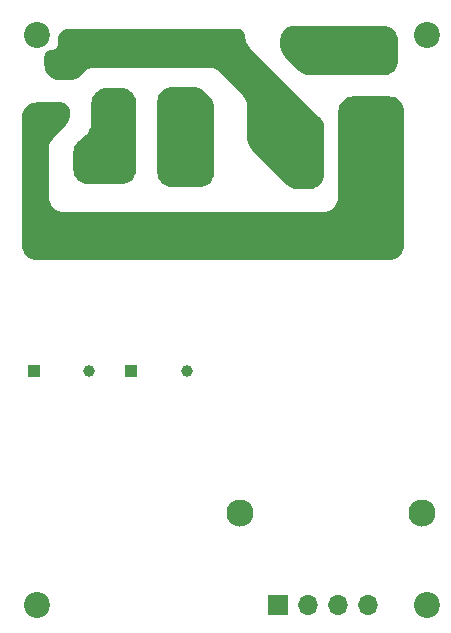
<source format=gbr>
%TF.GenerationSoftware,KiCad,Pcbnew,(5.99.0-11382-g00f1b609c4)*%
%TF.CreationDate,2021-08-15T08:59:13-05:00*%
%TF.ProjectId,reptile-monitor-power,72657074-696c-4652-9d6d-6f6e69746f72,1*%
%TF.SameCoordinates,Original*%
%TF.FileFunction,Soldermask,Bot*%
%TF.FilePolarity,Negative*%
%FSLAX46Y46*%
G04 Gerber Fmt 4.6, Leading zero omitted, Abs format (unit mm)*
G04 Created by KiCad (PCBNEW (5.99.0-11382-g00f1b609c4)) date 2021-08-15 08:59:13*
%MOMM*%
%LPD*%
G01*
G04 APERTURE LIST*
%ADD10R,1.575000X1.575000*%
%ADD11C,1.575000*%
%ADD12C,2.200000*%
%ADD13R,1.000000X1.000000*%
%ADD14C,2.167346*%
%ADD15C,1.000000*%
%ADD16R,1.700000X1.700000*%
%ADD17O,1.700000X1.700000*%
%ADD18R,2.000000X2.300000*%
%ADD19C,2.300000*%
%ADD20C,1.600000*%
%ADD21C,1.875000*%
G04 APERTURE END LIST*
D10*
%TO.C,F1*%
X158318200Y-59944000D03*
D11*
X158318200Y-54864000D03*
%TD*%
D12*
%TO.C,REF1*%
X162560000Y-53340000D03*
%TD*%
%TO.C,REF1*%
X129540000Y-53340000D03*
%TD*%
D13*
%TO.C,K1*%
X137496982Y-81788000D03*
D14*
X142196983Y-63287999D03*
X142196983Y-70288000D03*
D15*
X142196983Y-81788000D03*
%TD*%
D16*
%TO.C,J4*%
X149870008Y-101600000D03*
D17*
X152410008Y-101600000D03*
X154950008Y-101600000D03*
X157490008Y-101600000D03*
%TD*%
D13*
%TO.C,K2*%
X129222003Y-81788005D03*
D14*
X133922004Y-63288004D03*
X133922004Y-70288005D03*
D15*
X133922004Y-81788005D03*
%TD*%
D12*
%TO.C,REF1*%
X162555504Y-101600000D03*
%TD*%
D18*
%TO.C,PS1*%
X156901995Y-64452490D03*
D19*
X151901995Y-64452490D03*
X162101995Y-93852490D03*
X146701995Y-93852490D03*
%TD*%
D20*
%TO.C,RV1*%
X132298200Y-55666000D03*
X130998200Y-60666000D03*
%TD*%
D12*
%TO.C,REF1*%
X129540000Y-101600000D03*
%TD*%
D21*
%TO.C,J2*%
X145404510Y-54383991D03*
X142904510Y-59383991D03*
%TD*%
%TO.C,J1*%
X152892989Y-54383991D03*
X150392989Y-59383991D03*
%TD*%
%TO.C,J3*%
X137914507Y-54383991D03*
X135414507Y-59383991D03*
%TD*%
G36*
X158831674Y-52578479D02*
G01*
X159035752Y-52596333D01*
X159057382Y-52600147D01*
X159249918Y-52651737D01*
X159270557Y-52659249D01*
X159451210Y-52743489D01*
X159470231Y-52754471D01*
X159633514Y-52868804D01*
X159650338Y-52882922D01*
X159791278Y-53023862D01*
X159805396Y-53040686D01*
X159919729Y-53203969D01*
X159930711Y-53222990D01*
X160014951Y-53403643D01*
X160022463Y-53424282D01*
X160074053Y-53616818D01*
X160077867Y-53638448D01*
X160095721Y-53842526D01*
X160096200Y-53853507D01*
X160096200Y-55493493D01*
X160095721Y-55504474D01*
X160077867Y-55708552D01*
X160074053Y-55730182D01*
X160022463Y-55922718D01*
X160014951Y-55943357D01*
X159930711Y-56124010D01*
X159919729Y-56143031D01*
X159805396Y-56306314D01*
X159791278Y-56323138D01*
X159650338Y-56464078D01*
X159633514Y-56478196D01*
X159470231Y-56592529D01*
X159451210Y-56603511D01*
X159270557Y-56687751D01*
X159249918Y-56695263D01*
X159057382Y-56746853D01*
X159035752Y-56750667D01*
X158831674Y-56768521D01*
X158820693Y-56769000D01*
X152624168Y-56769000D01*
X152611886Y-56768400D01*
X152383886Y-56746070D01*
X152359789Y-56741304D01*
X152146379Y-56676947D01*
X152123665Y-56667597D01*
X151926790Y-56563054D01*
X151906321Y-56549473D01*
X151728681Y-56404817D01*
X151719537Y-56396597D01*
X150494323Y-55182017D01*
X150485935Y-55172839D01*
X150338298Y-54994336D01*
X150324432Y-54973730D01*
X150217646Y-54775251D01*
X150208092Y-54752325D01*
X150142316Y-54536762D01*
X150137443Y-54512407D01*
X150114613Y-54281888D01*
X150114000Y-54269470D01*
X150114000Y-53697685D01*
X150114607Y-53685335D01*
X150134179Y-53486620D01*
X150138998Y-53462394D01*
X150195160Y-53277254D01*
X150204612Y-53254434D01*
X150295808Y-53083817D01*
X150309531Y-53063279D01*
X150432264Y-52913729D01*
X150449729Y-52896264D01*
X150599279Y-52773531D01*
X150619817Y-52759808D01*
X150790434Y-52668612D01*
X150813254Y-52659160D01*
X150998394Y-52602998D01*
X151022620Y-52598179D01*
X151221335Y-52578607D01*
X151233685Y-52578000D01*
X158820693Y-52578000D01*
X158831674Y-52578479D01*
G37*
G36*
X146544891Y-52833078D02*
G01*
X146676970Y-52850467D01*
X146708741Y-52858980D01*
X146824124Y-52906773D01*
X146852610Y-52923219D01*
X146951693Y-52999248D01*
X146974952Y-53022507D01*
X147050981Y-53121590D01*
X147067427Y-53150076D01*
X147115220Y-53265459D01*
X147123733Y-53297230D01*
X147141122Y-53429309D01*
X147142200Y-53445756D01*
X147142200Y-53510973D01*
X147142508Y-53517199D01*
X147166228Y-53756856D01*
X147168655Y-53769001D01*
X147237992Y-53996397D01*
X147242751Y-54007825D01*
X147355323Y-54217226D01*
X147362223Y-54227488D01*
X147515645Y-54413159D01*
X147519831Y-54417744D01*
X153417157Y-60270053D01*
X153425535Y-60279229D01*
X153572991Y-60457680D01*
X153586840Y-60478278D01*
X153693490Y-60676662D01*
X153703032Y-60699575D01*
X153768723Y-60915016D01*
X153773588Y-60939355D01*
X153796387Y-61169707D01*
X153797000Y-61182117D01*
X153797000Y-65145493D01*
X153796521Y-65156474D01*
X153778667Y-65360552D01*
X153774853Y-65382182D01*
X153723263Y-65574718D01*
X153715751Y-65595357D01*
X153631511Y-65776010D01*
X153620529Y-65795031D01*
X153506196Y-65958314D01*
X153492078Y-65975138D01*
X153351138Y-66116078D01*
X153334314Y-66130196D01*
X153171031Y-66244529D01*
X153152010Y-66255511D01*
X152971357Y-66339751D01*
X152950718Y-66347263D01*
X152758182Y-66398853D01*
X152736552Y-66402667D01*
X152532474Y-66420521D01*
X152521493Y-66421000D01*
X151609721Y-66421000D01*
X151597407Y-66420397D01*
X151368810Y-66397948D01*
X151344652Y-66393157D01*
X151130728Y-66328465D01*
X151107963Y-66319066D01*
X150910707Y-66213994D01*
X150890206Y-66200346D01*
X150712361Y-66054988D01*
X150703208Y-66046728D01*
X147698439Y-63055704D01*
X147690091Y-63046534D01*
X147543162Y-62868231D01*
X147529364Y-62847657D01*
X147423114Y-62649560D01*
X147413608Y-62626684D01*
X147348169Y-62411624D01*
X147343322Y-62387331D01*
X147320610Y-62157414D01*
X147320000Y-62145028D01*
X147320000Y-59378002D01*
X147319718Y-59372050D01*
X147297811Y-59141640D01*
X147295569Y-59129959D01*
X147231471Y-58910666D01*
X147227072Y-58899625D01*
X147122799Y-58696344D01*
X147116391Y-58686319D01*
X146973844Y-58503985D01*
X146969945Y-58499457D01*
X145106671Y-56532480D01*
X145102981Y-56528889D01*
X144955268Y-56396373D01*
X144947141Y-56390195D01*
X144782086Y-56284696D01*
X144773054Y-56279908D01*
X144593112Y-56202504D01*
X144583433Y-56199242D01*
X144393328Y-56151966D01*
X144383246Y-56150314D01*
X144185458Y-56134209D01*
X144180331Y-56134000D01*
X134318125Y-56134000D01*
X134312291Y-56134270D01*
X134086832Y-56155237D01*
X134075396Y-56157383D01*
X133860484Y-56218760D01*
X133849634Y-56222980D01*
X133649717Y-56322939D01*
X133639847Y-56329077D01*
X133461789Y-56464187D01*
X133453210Y-56472049D01*
X133149135Y-56807598D01*
X133131932Y-56823363D01*
X132963238Y-56951368D01*
X132943423Y-56963692D01*
X132754018Y-57058394D01*
X132732271Y-57066852D01*
X132528654Y-57125004D01*
X132505719Y-57129307D01*
X132289018Y-57149459D01*
X132277351Y-57150000D01*
X131399707Y-57150000D01*
X131388726Y-57149521D01*
X131184648Y-57131667D01*
X131163018Y-57127853D01*
X130970482Y-57076263D01*
X130949843Y-57068751D01*
X130769190Y-56984511D01*
X130750169Y-56973529D01*
X130586886Y-56859196D01*
X130570062Y-56845078D01*
X130429122Y-56704138D01*
X130415004Y-56687314D01*
X130300671Y-56524031D01*
X130289689Y-56505010D01*
X130205449Y-56324357D01*
X130197937Y-56303718D01*
X130146347Y-56111182D01*
X130142533Y-56089552D01*
X130124679Y-55885474D01*
X130124200Y-55874493D01*
X130124200Y-55189758D01*
X130125278Y-55173312D01*
X130141508Y-55050032D01*
X130150021Y-55018260D01*
X130194418Y-54911077D01*
X130210864Y-54882591D01*
X130281490Y-54790549D01*
X130304749Y-54767290D01*
X130396791Y-54696664D01*
X130425277Y-54680218D01*
X130532460Y-54635821D01*
X130564232Y-54627308D01*
X130835427Y-54591605D01*
X130851245Y-54587367D01*
X130973820Y-54536594D01*
X130988001Y-54528407D01*
X131093266Y-54447635D01*
X131104835Y-54436066D01*
X131185607Y-54330801D01*
X131193794Y-54316620D01*
X131244567Y-54194045D01*
X131248805Y-54178227D01*
X131266662Y-54042587D01*
X131267200Y-54034378D01*
X131267200Y-53728078D01*
X131267992Y-53713970D01*
X131287900Y-53537284D01*
X131294179Y-53509777D01*
X131350550Y-53348678D01*
X131362792Y-53323257D01*
X131453600Y-53178737D01*
X131471192Y-53156678D01*
X131591878Y-53035992D01*
X131613937Y-53018400D01*
X131758457Y-52927592D01*
X131783878Y-52915350D01*
X131944977Y-52858979D01*
X131972484Y-52852700D01*
X132149170Y-52832792D01*
X132163278Y-52832000D01*
X146528444Y-52832000D01*
X146544891Y-52833078D01*
G37*
G36*
X159339674Y-58547479D02*
G01*
X159543752Y-58565333D01*
X159565382Y-58569147D01*
X159757918Y-58620737D01*
X159778557Y-58628249D01*
X159959210Y-58712489D01*
X159978231Y-58723471D01*
X160141514Y-58837804D01*
X160158338Y-58851922D01*
X160299278Y-58992862D01*
X160313396Y-59009686D01*
X160427729Y-59172969D01*
X160438711Y-59191990D01*
X160522951Y-59372643D01*
X160530463Y-59393282D01*
X160582053Y-59585818D01*
X160585867Y-59607448D01*
X160603721Y-59811526D01*
X160604200Y-59822507D01*
X160604200Y-71114493D01*
X160603721Y-71125474D01*
X160585867Y-71329552D01*
X160582053Y-71351182D01*
X160530463Y-71543718D01*
X160522951Y-71564357D01*
X160438711Y-71745010D01*
X160427729Y-71764031D01*
X160313396Y-71927314D01*
X160299278Y-71944138D01*
X160158338Y-72085078D01*
X160141514Y-72099196D01*
X159978231Y-72213529D01*
X159959210Y-72224511D01*
X159778557Y-72308751D01*
X159757918Y-72316263D01*
X159565382Y-72367853D01*
X159543752Y-72371667D01*
X159339674Y-72389521D01*
X159328693Y-72390000D01*
X129494707Y-72390000D01*
X129483726Y-72389521D01*
X129279648Y-72371667D01*
X129258018Y-72367853D01*
X129065482Y-72316263D01*
X129044843Y-72308751D01*
X128864190Y-72224511D01*
X128845169Y-72213529D01*
X128681886Y-72099196D01*
X128665062Y-72085078D01*
X128524122Y-71944138D01*
X128510004Y-71927314D01*
X128395671Y-71764031D01*
X128384689Y-71745010D01*
X128300449Y-71564357D01*
X128292937Y-71543718D01*
X128241347Y-71351182D01*
X128237533Y-71329552D01*
X128219679Y-71125474D01*
X128219200Y-71114493D01*
X128219200Y-60330507D01*
X128219679Y-60319526D01*
X128237533Y-60115448D01*
X128241347Y-60093818D01*
X128292937Y-59901282D01*
X128300449Y-59880643D01*
X128384689Y-59699990D01*
X128395671Y-59680969D01*
X128510004Y-59517686D01*
X128524122Y-59500862D01*
X128665062Y-59359922D01*
X128681886Y-59345804D01*
X128845169Y-59231471D01*
X128864190Y-59220489D01*
X129044843Y-59136249D01*
X129065482Y-59128737D01*
X129258018Y-59077147D01*
X129279648Y-59073333D01*
X129483726Y-59055479D01*
X129494707Y-59055000D01*
X131514121Y-59055000D01*
X131528229Y-59055792D01*
X131676657Y-59072516D01*
X131704165Y-59078795D01*
X131838416Y-59125772D01*
X131863835Y-59138013D01*
X131984282Y-59213694D01*
X132006342Y-59231287D01*
X132106913Y-59331858D01*
X132124506Y-59353918D01*
X132200187Y-59474365D01*
X132212428Y-59499784D01*
X132259405Y-59634035D01*
X132265684Y-59661543D01*
X132282408Y-59809971D01*
X132283200Y-59824079D01*
X132283200Y-60072498D01*
X132282645Y-60084308D01*
X132261998Y-60303624D01*
X132257590Y-60326829D01*
X132198024Y-60532734D01*
X132189363Y-60554707D01*
X132092416Y-60745878D01*
X132079805Y-60765850D01*
X131945257Y-60940268D01*
X131937605Y-60949280D01*
X130848775Y-62115884D01*
X130844954Y-62120384D01*
X130704967Y-62301853D01*
X130698669Y-62311826D01*
X130596346Y-62513598D01*
X130592029Y-62524552D01*
X130529157Y-62741884D01*
X130526960Y-62753454D01*
X130505477Y-62981640D01*
X130505200Y-62987544D01*
X130505200Y-67053260D01*
X130505438Y-67058724D01*
X130524015Y-67271053D01*
X130525918Y-67281848D01*
X130580367Y-67485056D01*
X130584113Y-67495348D01*
X130673022Y-67686013D01*
X130678505Y-67695508D01*
X130799165Y-67867829D01*
X130806221Y-67876237D01*
X130954963Y-68024979D01*
X130963371Y-68032035D01*
X131135692Y-68152695D01*
X131145187Y-68158178D01*
X131335852Y-68247087D01*
X131346144Y-68250833D01*
X131549352Y-68305282D01*
X131560147Y-68307185D01*
X131772476Y-68325762D01*
X131777940Y-68326000D01*
X153743460Y-68326000D01*
X153748924Y-68325762D01*
X153961253Y-68307185D01*
X153972048Y-68305282D01*
X154175256Y-68250833D01*
X154185548Y-68247087D01*
X154376213Y-68158178D01*
X154385708Y-68152695D01*
X154558029Y-68032035D01*
X154566437Y-68024979D01*
X154715179Y-67876237D01*
X154722235Y-67867829D01*
X154842895Y-67695508D01*
X154848378Y-67686013D01*
X154937287Y-67495348D01*
X154941033Y-67485056D01*
X154995482Y-67281848D01*
X154997385Y-67271053D01*
X155015962Y-67058724D01*
X155016200Y-67053260D01*
X155016200Y-59822507D01*
X155016679Y-59811526D01*
X155034533Y-59607448D01*
X155038347Y-59585818D01*
X155089937Y-59393282D01*
X155097449Y-59372643D01*
X155181689Y-59191990D01*
X155192671Y-59172969D01*
X155307004Y-59009686D01*
X155321122Y-58992862D01*
X155462062Y-58851922D01*
X155478886Y-58837804D01*
X155642169Y-58723471D01*
X155661190Y-58712489D01*
X155841843Y-58628249D01*
X155862482Y-58620737D01*
X156055018Y-58569147D01*
X156076648Y-58565333D01*
X156280726Y-58547479D01*
X156291707Y-58547000D01*
X159328693Y-58547000D01*
X159339674Y-58547479D01*
G37*
G36*
X142736112Y-57726603D02*
G01*
X142965359Y-57749182D01*
X142989585Y-57754000D01*
X143204084Y-57819067D01*
X143226904Y-57828520D01*
X143424581Y-57934181D01*
X143445119Y-57947904D01*
X143623190Y-58094043D01*
X143632351Y-58102347D01*
X144149649Y-58619645D01*
X144157953Y-58628806D01*
X144304092Y-58806877D01*
X144317815Y-58827415D01*
X144423476Y-59025092D01*
X144432929Y-59047912D01*
X144497996Y-59262411D01*
X144502814Y-59286637D01*
X144525393Y-59515884D01*
X144526000Y-59528234D01*
X144526000Y-64959489D01*
X144525521Y-64970470D01*
X144507667Y-65174548D01*
X144503853Y-65196178D01*
X144452263Y-65388714D01*
X144444751Y-65409353D01*
X144360511Y-65590006D01*
X144349529Y-65609027D01*
X144235196Y-65772310D01*
X144221078Y-65789134D01*
X144080138Y-65930074D01*
X144063314Y-65944192D01*
X143900031Y-66058525D01*
X143881010Y-66069507D01*
X143700357Y-66153747D01*
X143679718Y-66161259D01*
X143487182Y-66212849D01*
X143465552Y-66216663D01*
X143261474Y-66234517D01*
X143250493Y-66234996D01*
X140975507Y-66234996D01*
X140964526Y-66234517D01*
X140760448Y-66216663D01*
X140738818Y-66212849D01*
X140546282Y-66161259D01*
X140525643Y-66153747D01*
X140344990Y-66069507D01*
X140325969Y-66058525D01*
X140162686Y-65944192D01*
X140145862Y-65930074D01*
X140004922Y-65789134D01*
X139990804Y-65772310D01*
X139876471Y-65609027D01*
X139865489Y-65590006D01*
X139781249Y-65409353D01*
X139773737Y-65388714D01*
X139722147Y-65196178D01*
X139718333Y-65174548D01*
X139700479Y-64970470D01*
X139700000Y-64959489D01*
X139700000Y-59001503D01*
X139700479Y-58990522D01*
X139718333Y-58786444D01*
X139722147Y-58764814D01*
X139773737Y-58572278D01*
X139781249Y-58551639D01*
X139865489Y-58370986D01*
X139876471Y-58351965D01*
X139990804Y-58188682D01*
X140004922Y-58171858D01*
X140145862Y-58030918D01*
X140162686Y-58016800D01*
X140325969Y-57902467D01*
X140344990Y-57891485D01*
X140525643Y-57807245D01*
X140546282Y-57799733D01*
X140738818Y-57748143D01*
X140760448Y-57744329D01*
X140964526Y-57726475D01*
X140975507Y-57725996D01*
X142723762Y-57725996D01*
X142736112Y-57726603D01*
G37*
G36*
X136657474Y-57853475D02*
G01*
X136861552Y-57871329D01*
X136883182Y-57875143D01*
X137075718Y-57926733D01*
X137096357Y-57934245D01*
X137277010Y-58018485D01*
X137296031Y-58029467D01*
X137459314Y-58143800D01*
X137476138Y-58157918D01*
X137617078Y-58298858D01*
X137631196Y-58315682D01*
X137745529Y-58478965D01*
X137756511Y-58497986D01*
X137840751Y-58678639D01*
X137848263Y-58699278D01*
X137899853Y-58891814D01*
X137903667Y-58913444D01*
X137921521Y-59117522D01*
X137922000Y-59128503D01*
X137922000Y-64705489D01*
X137921521Y-64716470D01*
X137903667Y-64920548D01*
X137899853Y-64942178D01*
X137848263Y-65134714D01*
X137840751Y-65155353D01*
X137756511Y-65336006D01*
X137745529Y-65355027D01*
X137631196Y-65518310D01*
X137617078Y-65535134D01*
X137476138Y-65676074D01*
X137459314Y-65690192D01*
X137296031Y-65804525D01*
X137277010Y-65815507D01*
X137096357Y-65899747D01*
X137075718Y-65907259D01*
X136883182Y-65958849D01*
X136861552Y-65962663D01*
X136657474Y-65980517D01*
X136646493Y-65980996D01*
X133863507Y-65980996D01*
X133852526Y-65980517D01*
X133648448Y-65962663D01*
X133626818Y-65958849D01*
X133434282Y-65907259D01*
X133413643Y-65899747D01*
X133232990Y-65815507D01*
X133213969Y-65804525D01*
X133050686Y-65690192D01*
X133033862Y-65676074D01*
X132892922Y-65535134D01*
X132878804Y-65518310D01*
X132764471Y-65355027D01*
X132753489Y-65336006D01*
X132669249Y-65155353D01*
X132661737Y-65134714D01*
X132610147Y-64942178D01*
X132606333Y-64920548D01*
X132588479Y-64716470D01*
X132588000Y-64705489D01*
X132588000Y-63279357D01*
X132588483Y-63268333D01*
X132606476Y-63063471D01*
X132610320Y-63041760D01*
X132662305Y-62848536D01*
X132669874Y-62827827D01*
X132754749Y-62646616D01*
X132765812Y-62627544D01*
X132880975Y-62463903D01*
X132895193Y-62447052D01*
X133041049Y-62302084D01*
X133049209Y-62294655D01*
X133652916Y-61791566D01*
X133656989Y-61787858D01*
X133808737Y-61637034D01*
X133815837Y-61628619D01*
X133937377Y-61455916D01*
X133942901Y-61446394D01*
X134032476Y-61255147D01*
X134036254Y-61244809D01*
X134091121Y-61040874D01*
X134093039Y-61030045D01*
X134111759Y-60816901D01*
X134112000Y-60811407D01*
X134112000Y-59128503D01*
X134112479Y-59117522D01*
X134130333Y-58913444D01*
X134134147Y-58891814D01*
X134185737Y-58699278D01*
X134193249Y-58678639D01*
X134277489Y-58497986D01*
X134288471Y-58478965D01*
X134402804Y-58315682D01*
X134416922Y-58298858D01*
X134557862Y-58157918D01*
X134574686Y-58143800D01*
X134737969Y-58029467D01*
X134756990Y-58018485D01*
X134937643Y-57934245D01*
X134958282Y-57926733D01*
X135150818Y-57875143D01*
X135172448Y-57871329D01*
X135376526Y-57853475D01*
X135387507Y-57852996D01*
X136646493Y-57852996D01*
X136657474Y-57853475D01*
G37*
M02*

</source>
